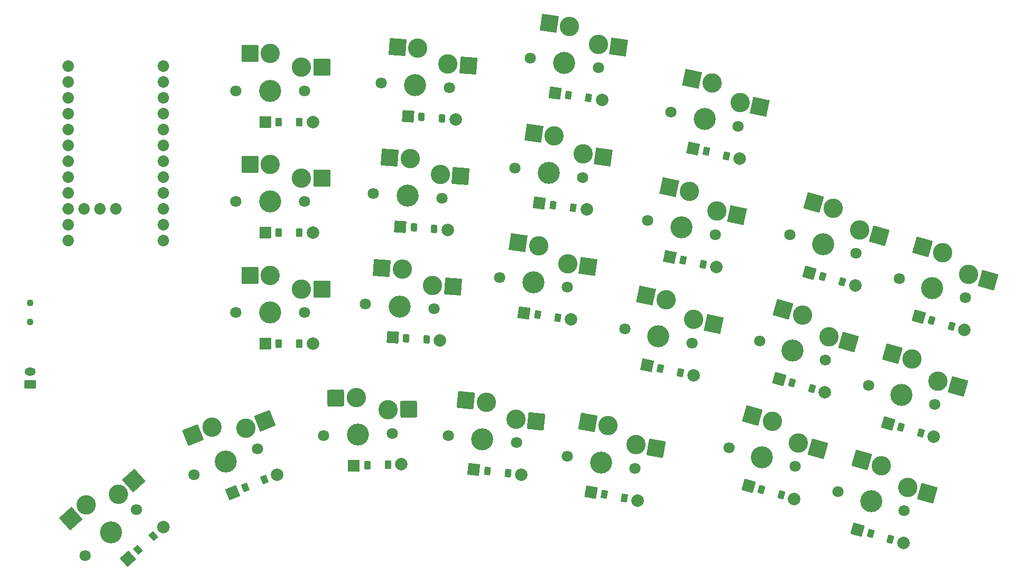
<source format=gbr>
%TF.GenerationSoftware,KiCad,Pcbnew,8.0.4*%
%TF.CreationDate,2024-08-02T13:19:55+01:00*%
%TF.ProjectId,right,72696768-742e-46b6-9963-61645f706362,v1.0.0*%
%TF.SameCoordinates,Original*%
%TF.FileFunction,Soldermask,Bot*%
%TF.FilePolarity,Negative*%
%FSLAX46Y46*%
G04 Gerber Fmt 4.6, Leading zero omitted, Abs format (unit mm)*
G04 Created by KiCad (PCBNEW 8.0.4) date 2024-08-02 13:19:55*
%MOMM*%
%LPD*%
G01*
G04 APERTURE LIST*
G04 Aperture macros list*
%AMRoundRect*
0 Rectangle with rounded corners*
0 $1 Rounding radius*
0 $2 $3 $4 $5 $6 $7 $8 $9 X,Y pos of 4 corners*
0 Add a 4 corners polygon primitive as box body*
4,1,4,$2,$3,$4,$5,$6,$7,$8,$9,$2,$3,0*
0 Add four circle primitives for the rounded corners*
1,1,$1+$1,$2,$3*
1,1,$1+$1,$4,$5*
1,1,$1+$1,$6,$7*
1,1,$1+$1,$8,$9*
0 Add four rect primitives between the rounded corners*
20,1,$1+$1,$2,$3,$4,$5,0*
20,1,$1+$1,$4,$5,$6,$7,0*
20,1,$1+$1,$6,$7,$8,$9,0*
20,1,$1+$1,$8,$9,$2,$3,0*%
G04 Aperture macros list end*
%ADD10RoundRect,0.050000X-1.607969X-0.891312X0.891312X-1.607969X1.607969X0.891312X-0.891312X1.607969X0*%
%ADD11C,3.100000*%
%ADD12C,1.801800*%
%ADD13C,3.529000*%
%ADD14RoundRect,0.050000X-1.541877X-1.001307X1.001307X-1.541877X1.541877X1.001307X-1.001307X1.541877X0*%
%ADD15RoundRect,0.050000X-1.468274X-1.106423X1.106423X-1.468274X1.468274X1.106423X-1.106423X1.468274X0*%
%ADD16RoundRect,0.050000X-1.387517X-1.206150X1.206150X-1.387517X1.387517X1.206150X-1.206150X1.387517X0*%
%ADD17RoundRect,0.050000X-1.300000X-1.300000X1.300000X-1.300000X1.300000X1.300000X-1.300000X1.300000X0*%
%ADD18RoundRect,0.050000X-1.505993X-1.054507X1.054507X-1.505993X1.505993X1.054507X-1.054507X1.505993X0*%
%ADD19RoundRect,0.050000X-1.428765X-1.156991X1.156991X-1.428765X1.428765X1.156991X-1.156991X1.428765X0*%
%ADD20RoundRect,0.050000X-1.253839X-1.344577X1.344577X-1.253839X1.253839X1.344577X-1.344577X1.253839X0*%
%ADD21RoundRect,0.050000X-0.718350X-1.692328X1.692328X-0.718350X0.718350X1.692328X-1.692328X0.718350X0*%
%ADD22RoundRect,0.050000X-0.096218X-1.835958X1.835958X-0.096218X0.096218X1.835958X-1.835958X0.096218X0*%
%ADD23C,2.005000*%
%ADD24RoundRect,0.050000X-1.099603X-0.609520X0.609520X-1.099603X1.099603X0.609520X-0.609520X1.099603X0*%
%ADD25RoundRect,0.050000X-0.597950X-0.452720X0.267185X-0.700794X0.597950X0.452720X-0.267185X0.700794X0*%
%ADD26RoundRect,0.050000X-1.054407X-0.684740X0.684740X-1.054407X1.054407X0.684740X-0.684740X1.054407X0*%
%ADD27RoundRect,0.050000X-0.564913X-0.493328X0.315419X-0.680449X0.564913X0.493328X-0.315419X0.680449X0*%
%ADD28RoundRect,0.050000X-1.004073X-0.756623X0.756623X-1.004073X1.004073X0.756623X-0.756623X1.004073X0*%
%ADD29RoundRect,0.050000X-0.529124X-0.531533X0.362117X-0.656789X0.529124X0.531533X-0.362117X0.656789X0*%
%ADD30RoundRect,0.050000X-0.948848X-0.824821X0.824821X-0.948848X0.948848X0.824821X-0.824821X0.948848X0*%
%ADD31RoundRect,0.050000X-0.490758X-0.567148X0.407050X-0.629929X0.490758X0.567148X-0.407050X0.629929X0*%
%ADD32RoundRect,0.050000X-0.889000X-0.889000X0.889000X-0.889000X0.889000X0.889000X-0.889000X0.889000X0*%
%ADD33RoundRect,0.050000X-0.450000X-0.600000X0.450000X-0.600000X0.450000X0.600000X-0.450000X0.600000X0*%
%ADD34RoundRect,0.050000X-1.029867X-0.721121X0.721121X-1.029867X1.029867X0.721121X-0.721121X1.029867X0*%
%ADD35RoundRect,0.050000X-0.547352X-0.512743X0.338975X-0.669026X0.547352X0.512743X-0.338975X0.669026X0*%
%ADD36RoundRect,0.050000X-0.977056X-0.791204X0.791204X-0.977056X0.977056X0.791204X-0.791204X0.977056X0*%
%ADD37RoundRect,0.050000X-0.510252X-0.549675X0.384818X-0.643751X0.510252X0.549675X-0.384818X0.643751X0*%
%ADD38RoundRect,0.050000X-0.857433X-0.919484X0.919484X-0.857433X0.857433X0.919484X-0.919484X0.857433X0*%
%ADD39RoundRect,0.050000X-0.428786X-0.615339X0.470666X-0.583930X0.428786X0.615339X-0.470666X0.583930X0*%
%ADD40RoundRect,0.050000X-0.491241X-1.157292X1.157292X-0.491241X0.491241X1.157292X-1.157292X0.491241X0*%
%ADD41RoundRect,0.050000X-0.192469X-0.724883X0.641997X-0.387737X0.192469X0.724883X-0.641997X0.387737X0*%
%ADD42RoundRect,0.050000X-0.065799X-1.255513X1.255513X-0.065799X0.065799X1.255513X-1.255513X0.065799X0*%
%ADD43RoundRect,0.050000X0.067063X-0.746996X0.735894X-0.144778X-0.067063X0.746996X-0.735894X0.144778X0*%
%ADD44C,1.852600*%
%ADD45O,1.800000X1.300000*%
%ADD46RoundRect,0.050000X0.850000X-0.600000X0.850000X0.600000X-0.850000X0.600000X-0.850000X-0.600000X0*%
%ADD47C,1.100000*%
G04 APERTURE END LIST*
D10*
%TO.C,S1*%
X290150720Y-161337877D03*
X279654551Y-156039490D03*
D11*
X282802684Y-156942204D03*
X287002589Y-160435165D03*
D12*
X275875700Y-161145706D03*
X286449582Y-164177714D03*
D13*
X281162641Y-162661710D03*
%TD*%
D10*
%TO.C,S2*%
X295043283Y-144275477D03*
X284547114Y-138977090D03*
D11*
X287695247Y-139879804D03*
X291895152Y-143372765D03*
D12*
X280768263Y-144083306D03*
X291342145Y-147115314D03*
D13*
X286055204Y-145599310D03*
%TD*%
D10*
%TO.C,S3*%
X299935844Y-127213084D03*
X289439675Y-121914697D03*
D11*
X292587808Y-122817411D03*
X296787713Y-126310372D03*
D12*
X285660824Y-127020913D03*
X296234706Y-130052921D03*
D13*
X290947765Y-128536917D03*
%TD*%
D10*
%TO.C,S4*%
X272678334Y-154247151D03*
X262182165Y-148948764D03*
D11*
X265330298Y-149851478D03*
X269530203Y-153344439D03*
D12*
X258403314Y-154054980D03*
X268977196Y-157086988D03*
D13*
X263690255Y-155570984D03*
%TD*%
D10*
%TO.C,S5*%
X277570904Y-137184756D03*
X267074735Y-131886369D03*
D11*
X270222868Y-132789083D03*
X274422773Y-136282044D03*
D12*
X263295884Y-136992585D03*
X273869766Y-140024593D03*
D13*
X268582825Y-138508589D03*
%TD*%
D10*
%TO.C,S6*%
X282463466Y-120122361D03*
X271967297Y-114823974D03*
D11*
X275115430Y-115726688D03*
X279315335Y-119219649D03*
D12*
X268188446Y-119930190D03*
X278762328Y-122962198D03*
D13*
X273475387Y-121446194D03*
%TD*%
D14*
%TO.C,S7*%
X255983444Y-134228420D03*
X245143246Y-129675116D03*
D11*
X248346680Y-130356027D03*
X252780010Y-133547509D03*
D12*
X241729794Y-135032494D03*
X252489416Y-137319516D03*
D13*
X247109605Y-136176005D03*
%TD*%
D14*
%TO.C,S8*%
X259673884Y-116866302D03*
X248833686Y-112312998D03*
D11*
X252037120Y-112993909D03*
X256470450Y-116185391D03*
D12*
X245420234Y-117670376D03*
X256179856Y-119957398D03*
D13*
X250800045Y-118813887D03*
%TD*%
D14*
%TO.C,S9*%
X263364318Y-99504182D03*
X252524120Y-94950878D03*
D11*
X255727554Y-95631789D03*
X260160884Y-98823271D03*
D12*
X249110668Y-100308256D03*
X259870290Y-102595278D03*
D13*
X254490479Y-101451767D03*
%TD*%
D15*
%TO.C,S10*%
X235809184Y-125054912D03*
X224677768Y-121268875D03*
D11*
X227920897Y-121724665D03*
X232566057Y-124599116D03*
D12*
X221646343Y-126851311D03*
X232539291Y-128382209D03*
D13*
X227092817Y-127616760D03*
%TD*%
D15*
%TO.C,S11*%
X238279506Y-107477665D03*
X227148090Y-103691628D03*
D11*
X230391219Y-104147418D03*
X235036379Y-107021869D03*
D12*
X224116665Y-109274064D03*
X235009613Y-110804962D03*
D13*
X229563139Y-110039513D03*
%TD*%
D15*
%TO.C,S12*%
X240749829Y-89900402D03*
X229618413Y-86114365D03*
D11*
X232861542Y-86570155D03*
X237506702Y-89444606D03*
D12*
X226586988Y-91696801D03*
X237479936Y-93227699D03*
D13*
X232033462Y-92462250D03*
%TD*%
D16*
%TO.C,S13*%
X214207412Y-128276955D03*
X202839010Y-125276628D03*
D11*
X206106033Y-125505079D03*
X210940391Y-128048501D03*
D12*
X200204379Y-131056925D03*
X211177585Y-131824245D03*
D13*
X205690982Y-131440585D03*
%TD*%
D16*
%TO.C,S14*%
X215445585Y-110570185D03*
X204077183Y-107569858D03*
D11*
X207344206Y-107798309D03*
X212178564Y-110341731D03*
D12*
X201442552Y-113350155D03*
X212415758Y-114117475D03*
D13*
X206929155Y-113733815D03*
%TD*%
D16*
%TO.C,S15*%
X216683768Y-92863426D03*
X205315366Y-89863099D03*
D11*
X208582389Y-90091550D03*
X213416747Y-92634972D03*
D12*
X202680735Y-95643396D03*
X213653941Y-96410716D03*
D13*
X208167338Y-96027056D03*
%TD*%
D17*
%TO.C,S16*%
X193243980Y-128661399D03*
X181693979Y-126461397D03*
D11*
X184968981Y-126461398D03*
X189968981Y-128661397D03*
D12*
X179468980Y-132411400D03*
X190468978Y-132411396D03*
D13*
X184968979Y-132411398D03*
%TD*%
D17*
%TO.C,S17*%
X193243979Y-110911388D03*
X181693978Y-108711386D03*
D11*
X184968980Y-108711387D03*
X189968980Y-110911386D03*
D12*
X179468979Y-114661389D03*
X190468977Y-114661385D03*
D13*
X184968978Y-114661387D03*
%TD*%
D17*
%TO.C,S18*%
X193243981Y-93161395D03*
X181693980Y-90961393D03*
D11*
X184968982Y-90961394D03*
X189968982Y-93161393D03*
D12*
X179468981Y-96911396D03*
X190468979Y-96911392D03*
D13*
X184968980Y-96911394D03*
%TD*%
D18*
%TO.C,S19*%
X246769441Y-154155307D03*
X235776937Y-149983095D03*
D11*
X239002184Y-150551792D03*
X243544197Y-153586608D03*
D12*
X232552535Y-155456336D03*
X243385419Y-157366460D03*
D13*
X237968977Y-156411398D03*
%TD*%
D19*
%TO.C,S20*%
X227520503Y-149831135D03*
X216263737Y-146435885D03*
D11*
X219520797Y-146778214D03*
X224263446Y-149488803D03*
D12*
X213428981Y-152120714D03*
X224368725Y-153270524D03*
D13*
X218898853Y-152695619D03*
%TD*%
D20*
%TO.C,S21*%
X207091985Y-147910240D03*
X195472240Y-146114668D03*
D11*
X198745247Y-146000374D03*
X203818979Y-148024533D03*
D12*
X193456249Y-152138699D03*
X204449545Y-151754799D03*
D13*
X198952897Y-151946749D03*
%TD*%
D21*
%TO.C,S22*%
X184074488Y-149731525D03*
X172541381Y-152018426D03*
D11*
X175577908Y-150791591D03*
X181037961Y-150958361D03*
D12*
X172707306Y-158368672D03*
X182906330Y-154247996D03*
D13*
X177806818Y-156308334D03*
%TD*%
D22*
%TO.C,S23*%
X163068042Y-159315425D03*
X153012631Y-165408966D03*
D11*
X155446431Y-163217564D03*
X160634243Y-161506829D03*
D12*
X155340458Y-171319493D03*
X163515058Y-163959057D03*
D13*
X159427758Y-167639275D03*
%TD*%
D23*
%TO.C,D1*%
X286330647Y-169345110D03*
D24*
X279005835Y-167244754D03*
D25*
X281082160Y-167840130D03*
X284254322Y-168749734D03*
%TD*%
D23*
%TO.C,D2*%
X291223208Y-152282710D03*
D24*
X283898396Y-150182354D03*
D25*
X285974721Y-150777730D03*
X289146883Y-151687334D03*
%TD*%
D23*
%TO.C,D3*%
X296115771Y-135220315D03*
D24*
X288790959Y-133119959D03*
D25*
X290867284Y-133715335D03*
X294039446Y-134624939D03*
%TD*%
D23*
%TO.C,D4*%
X268858260Y-162254382D03*
D24*
X261533448Y-160154026D03*
D25*
X263609773Y-160749402D03*
X266781935Y-161659006D03*
%TD*%
D23*
%TO.C,D5*%
X273750824Y-145191986D03*
D24*
X266426012Y-143091630D03*
D25*
X268502337Y-143687006D03*
X271674499Y-144596610D03*
%TD*%
D23*
%TO.C,D6*%
X278643387Y-128129589D03*
D24*
X271318575Y-126029233D03*
D25*
X273394900Y-126624609D03*
X276567062Y-127534213D03*
%TD*%
D23*
%TO.C,D7*%
X252731236Y-142482626D03*
D26*
X245277752Y-140898340D03*
D27*
X247390551Y-141347428D03*
X250618437Y-142033538D03*
%TD*%
D23*
%TO.C,D8*%
X256421667Y-125120506D03*
D26*
X248968183Y-123536220D03*
D27*
X251080982Y-123985308D03*
X254308868Y-124671418D03*
%TD*%
D23*
%TO.C,D9*%
X260112101Y-107758378D03*
D26*
X252658617Y-106174092D03*
D27*
X254771416Y-106623180D03*
X257999302Y-107309290D03*
%TD*%
D23*
%TO.C,D10*%
X233140678Y-133515872D03*
D28*
X225594834Y-132455378D03*
D29*
X227733814Y-132755989D03*
X231001698Y-133215261D03*
%TD*%
D23*
%TO.C,D11*%
X235611005Y-115938616D03*
D28*
X228065161Y-114878122D03*
D29*
X230204141Y-115178733D03*
X233472025Y-115638005D03*
%TD*%
D23*
%TO.C,D12*%
X238081324Y-98361354D03*
D28*
X230535480Y-97300860D03*
D29*
X232674460Y-97601471D03*
X235942344Y-98060743D03*
%TD*%
D23*
%TO.C,D13*%
X212135606Y-136903440D03*
D30*
X204534168Y-136371898D03*
D31*
X206688906Y-136522569D03*
X209980868Y-136752769D03*
%TD*%
D23*
%TO.C,D14*%
X213373788Y-119196678D03*
D30*
X205772350Y-118665136D03*
D31*
X207927088Y-118815807D03*
X211219050Y-119046007D03*
%TD*%
D23*
%TO.C,D15*%
X214611962Y-101489917D03*
D30*
X207010524Y-100958375D03*
D31*
X209165262Y-101109046D03*
X212457224Y-101339246D03*
%TD*%
D23*
%TO.C,D16*%
X191778976Y-137411394D03*
D32*
X184158976Y-137411392D03*
D33*
X186318974Y-137411392D03*
X189618978Y-137411394D03*
%TD*%
D23*
%TO.C,D17*%
X191778973Y-119661395D03*
D32*
X184158973Y-119661393D03*
D33*
X186318971Y-119661393D03*
X189618975Y-119661395D03*
%TD*%
D23*
%TO.C,D18*%
X191778974Y-101911395D03*
D32*
X184158974Y-101911393D03*
D33*
X186318972Y-101911393D03*
X189618976Y-101911395D03*
%TD*%
D23*
%TO.C,D19*%
X243807277Y-162517978D03*
D34*
X236303043Y-161194780D03*
D35*
X238430228Y-161569859D03*
X241680092Y-162142899D03*
%TD*%
D23*
%TO.C,D20*%
X225148910Y-158380068D03*
D36*
X217570652Y-157583564D03*
D37*
X219718820Y-157809342D03*
X223000742Y-158154290D03*
%TD*%
D23*
%TO.C,D21*%
X205933246Y-156706032D03*
D38*
X198317886Y-156971968D03*
D39*
X200476569Y-156896583D03*
X203774563Y-156781417D03*
%TD*%
D23*
%TO.C,D22*%
X185993972Y-158393183D03*
D40*
X178928830Y-161247685D03*
D41*
X180931549Y-160438530D03*
X183991253Y-159202338D03*
%TD*%
D23*
%TO.C,D23*%
X167834222Y-166798220D03*
D42*
X162171458Y-171896990D03*
D43*
X163776652Y-170451672D03*
X166229028Y-168243538D03*
%TD*%
D44*
%TO.C,MCU1*%
X160218973Y-115801399D03*
X157678970Y-115801397D03*
X155138976Y-115801399D03*
X167838973Y-92941397D03*
X167838973Y-95481398D03*
X167838974Y-98021399D03*
X167838973Y-100561398D03*
X167838973Y-103101397D03*
X167838973Y-105641399D03*
X167838975Y-108181399D03*
X167838973Y-110721396D03*
X167838974Y-113261397D03*
X167838974Y-115801398D03*
X167838974Y-118341400D03*
X167838975Y-120881395D03*
X152598975Y-120881399D03*
X152598975Y-118341398D03*
X152598974Y-115801397D03*
X152598975Y-113261398D03*
X152598975Y-110721399D03*
X152598975Y-108181397D03*
X152598973Y-105641397D03*
X152598975Y-103101400D03*
X152598974Y-100561399D03*
X152598974Y-98021398D03*
X152598974Y-95481396D03*
X152598973Y-92941401D03*
%TD*%
D45*
%TO.C,JST1*%
X146468978Y-141911395D03*
D46*
X146468972Y-143911395D03*
%TD*%
D47*
%TO.C,T1*%
X146468976Y-133911395D03*
X146468974Y-130911395D03*
%TD*%
M02*

</source>
